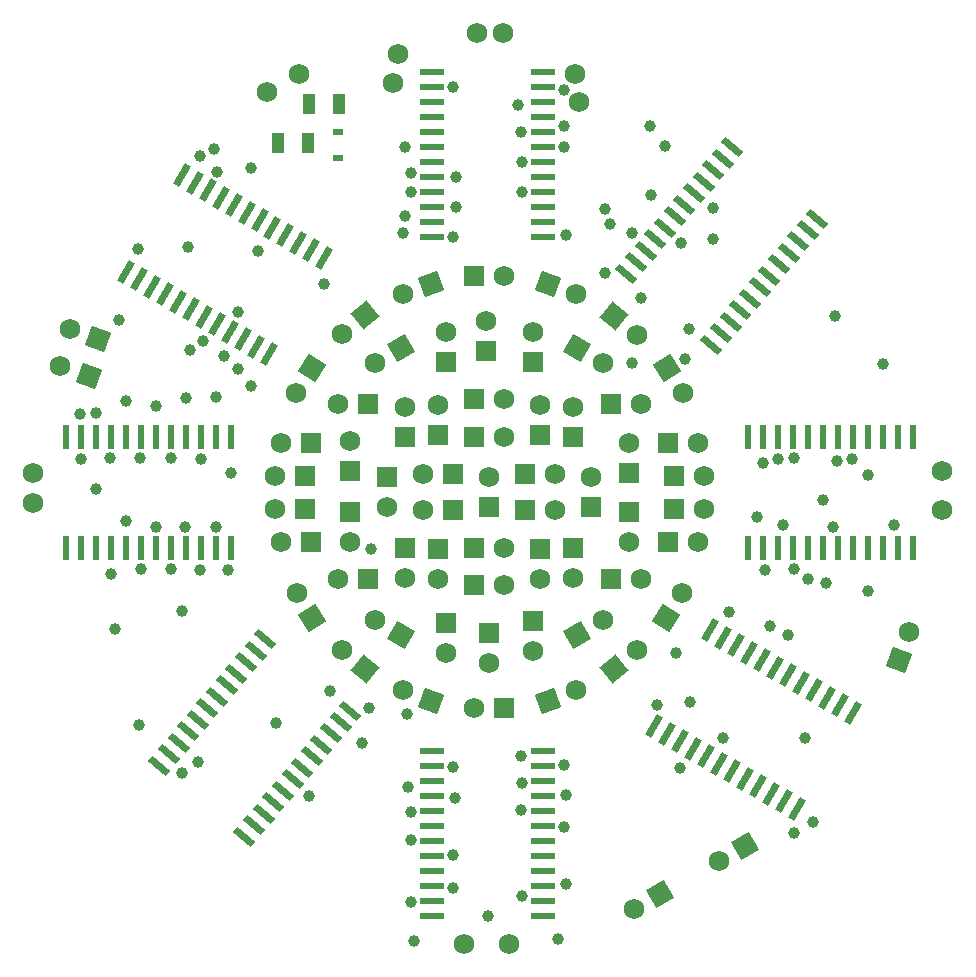
<source format=gbr>
G04*
G04 #@! TF.GenerationSoftware,Altium Limited,Altium Designer,23.1.1 (15)*
G04*
G04 Layer_Color=8388736*
%FSLAX44Y44*%
%MOMM*%
G71*
G04*
G04 #@! TF.SameCoordinates,EA72E859-7E5F-47E5-BE6D-6BCC4CF4D1DD*
G04*
G04*
G04 #@! TF.FilePolarity,Negative*
G04*
G01*
G75*
%ADD29R,1.0557X1.6582*%
%ADD30R,0.8300X0.6300*%
%ADD31R,0.6000X2.0000*%
G04:AMPARAMS|DCode=32|XSize=2mm|YSize=0.6mm|CornerRadius=0mm|HoleSize=0mm|Usage=FLASHONLY|Rotation=60.000|XOffset=0mm|YOffset=0mm|HoleType=Round|Shape=Rectangle|*
%AMROTATEDRECTD32*
4,1,4,-0.2402,-1.0160,-0.7598,-0.7160,0.2402,1.0160,0.7598,0.7160,-0.2402,-1.0160,0.0*
%
%ADD32ROTATEDRECTD32*%

%ADD33R,2.0000X0.6000*%
G04:AMPARAMS|DCode=34|XSize=2mm|YSize=0.6mm|CornerRadius=0mm|HoleSize=0mm|Usage=FLASHONLY|Rotation=320.000|XOffset=0mm|YOffset=0mm|HoleType=Round|Shape=Rectangle|*
%AMROTATEDRECTD34*
4,1,4,-0.9589,0.4130,-0.5732,0.8726,0.9589,-0.4130,0.5732,-0.8726,-0.9589,0.4130,0.0*
%
%ADD34ROTATEDRECTD34*%

%ADD35C,1.7532*%
%ADD36P,2.4794X4X245.0*%
%ADD37C,1.7272*%
%ADD38R,1.7532X1.7532*%
%ADD39P,2.4794X4X115.0*%
%ADD40P,2.4794X4X255.0*%
%ADD41R,1.7532X1.7532*%
%ADD42P,2.4794X4X103.0*%
%ADD43P,2.4794X4X84.0*%
%ADD44P,2.4794X4X195.0*%
%ADD45P,2.4794X4X205.0*%
%ADD46P,2.4794X4X186.0*%
%ADD47P,2.4794X4X167.0*%
%ADD48C,1.0032*%
D29*
X-153670Y295910D02*
D03*
X-179195D02*
D03*
X-152525Y328930D02*
D03*
X-127000D02*
D03*
D30*
X-128270Y304800D02*
D03*
Y282500D02*
D03*
D31*
X-218900Y47000D02*
D03*
X-231600D02*
D03*
X-244300D02*
D03*
X-257000D02*
D03*
X-269700D02*
D03*
X-282400D02*
D03*
X-295100D02*
D03*
X-320500D02*
D03*
X-333200D02*
D03*
X-345900D02*
D03*
X-358600D02*
D03*
Y-47000D02*
D03*
X-345900D02*
D03*
X-333200D02*
D03*
X-320500D02*
D03*
X-295100D02*
D03*
X-282400D02*
D03*
X-269700D02*
D03*
X-257000D02*
D03*
X-244300D02*
D03*
X-231600D02*
D03*
X-307800D02*
D03*
Y47000D02*
D03*
X-218900Y-47000D02*
D03*
X358600D02*
D03*
X333200Y47000D02*
D03*
X218900D02*
D03*
X320500D02*
D03*
X269700D02*
D03*
X257000D02*
D03*
X307800D02*
D03*
X282400Y-47000D02*
D03*
X257000D02*
D03*
X244300Y47000D02*
D03*
X295100D02*
D03*
X269700Y-47000D02*
D03*
X244300D02*
D03*
X231600D02*
D03*
Y47000D02*
D03*
X282400D02*
D03*
X320500Y-47000D02*
D03*
X307800D02*
D03*
X295100D02*
D03*
X218900D02*
D03*
X333200D02*
D03*
X345900D02*
D03*
X358600Y47000D02*
D03*
X345900D02*
D03*
D32*
X260672Y-268098D02*
D03*
X285675Y-173992D02*
D03*
X186688Y-116841D02*
D03*
X-186688Y116842D02*
D03*
X274677Y-167642D02*
D03*
X230682Y-142241D02*
D03*
X219684Y-135892D02*
D03*
X263678Y-161292D02*
D03*
X194681Y-229998D02*
D03*
X172684Y-217298D02*
D03*
X208685Y-129542D02*
D03*
X252679Y-154942D02*
D03*
X183682Y-223648D02*
D03*
X161685Y-210948D02*
D03*
X150687Y-204599D02*
D03*
X197687Y-123191D02*
D03*
X241681Y-148592D02*
D03*
X227677Y-249048D02*
D03*
X216678Y-242698D02*
D03*
X205679Y-236348D02*
D03*
X139688Y-198248D02*
D03*
X238675Y-255398D02*
D03*
X249673Y-261749D02*
D03*
X307672Y-186691D02*
D03*
X296674Y-180341D02*
D03*
X-216678Y242698D02*
D03*
X-197687Y123191D02*
D03*
X-263678Y161292D02*
D03*
X-139688Y198248D02*
D03*
X-150687Y204599D02*
D03*
X-161685Y210948D02*
D03*
X-172683Y217298D02*
D03*
X-183682Y223648D02*
D03*
X-194681Y229998D02*
D03*
X-205679Y236348D02*
D03*
X-227677Y249049D02*
D03*
X-238675Y255398D02*
D03*
X-249673Y261749D02*
D03*
X-260672Y268099D02*
D03*
X-307672Y186692D02*
D03*
X-296674Y180341D02*
D03*
X-285675Y173992D02*
D03*
X-274676Y167642D02*
D03*
X-252679Y154942D02*
D03*
X-241681Y148592D02*
D03*
X-230682Y142241D02*
D03*
X-219684Y135892D02*
D03*
X-208685Y129542D02*
D03*
D33*
X45730Y-218900D02*
D03*
X-48270D02*
D03*
Y-231600D02*
D03*
Y-244300D02*
D03*
Y-257000D02*
D03*
Y-269700D02*
D03*
Y-282400D02*
D03*
Y-295100D02*
D03*
Y-307800D02*
D03*
Y-320500D02*
D03*
Y-333200D02*
D03*
Y-345900D02*
D03*
Y-358600D02*
D03*
X45730D02*
D03*
Y-345900D02*
D03*
Y-333200D02*
D03*
Y-320500D02*
D03*
Y-307800D02*
D03*
Y-295100D02*
D03*
Y-282400D02*
D03*
Y-269700D02*
D03*
Y-257000D02*
D03*
Y-244300D02*
D03*
Y-231600D02*
D03*
X-48270Y254000D02*
D03*
Y304800D02*
D03*
X45730Y266700D02*
D03*
Y292100D02*
D03*
Y228600D02*
D03*
Y241300D02*
D03*
Y254000D02*
D03*
Y304800D02*
D03*
Y317500D02*
D03*
X-48270D02*
D03*
Y292100D02*
D03*
Y279400D02*
D03*
Y266700D02*
D03*
Y241300D02*
D03*
Y228600D02*
D03*
X45730Y279400D02*
D03*
Y215900D02*
D03*
Y330200D02*
D03*
Y342900D02*
D03*
Y355600D02*
D03*
X-48270D02*
D03*
Y342900D02*
D03*
Y330200D02*
D03*
Y215900D02*
D03*
D34*
X-117747Y-184983D02*
D03*
X-189755Y-124561D02*
D03*
X-197919Y-134289D02*
D03*
X-206082Y-144018D02*
D03*
X-214245Y-153747D02*
D03*
X-222409Y-163476D02*
D03*
X-230572Y-173205D02*
D03*
X-238736Y-182934D02*
D03*
X-246899Y-192662D02*
D03*
X-255063Y-202391D02*
D03*
X-263226Y-212120D02*
D03*
X-271389Y-221848D02*
D03*
X-279553Y-231577D02*
D03*
X-207544Y-291999D02*
D03*
X-199381Y-282271D02*
D03*
X-191218Y-272542D02*
D03*
X-183054Y-262813D02*
D03*
X-174891Y-253084D02*
D03*
X-166728Y-243355D02*
D03*
X-158564Y-233627D02*
D03*
X-150400Y-223898D02*
D03*
X-142238Y-214169D02*
D03*
X-134074Y-204440D02*
D03*
X-125910Y-194712D02*
D03*
X115947Y184983D02*
D03*
X189418Y272542D02*
D03*
X197581Y282271D02*
D03*
X205745Y291999D02*
D03*
X277753Y231577D02*
D03*
X269590Y221849D02*
D03*
X261426Y212120D02*
D03*
X187955Y124561D02*
D03*
X228772Y173205D02*
D03*
X220609Y163476D02*
D03*
X140438Y214169D02*
D03*
X124110Y194712D02*
D03*
X132274Y204440D02*
D03*
X148601Y223898D02*
D03*
X156764Y233627D02*
D03*
X164928Y243355D02*
D03*
X253262Y202391D02*
D03*
X245099Y192662D02*
D03*
X212446Y153747D02*
D03*
X204282Y144018D02*
D03*
X196119Y134290D02*
D03*
X236936Y182933D02*
D03*
X173091Y253084D02*
D03*
X181254Y262813D02*
D03*
D35*
X-73398Y167843D02*
D03*
X-118110Y-41910D02*
D03*
X355397Y-118372D02*
D03*
X43180Y-73660D02*
D03*
X194310Y-312420D02*
D03*
X122783Y-353060D02*
D03*
X55880Y-15240D02*
D03*
X86360Y12700D02*
D03*
X71120Y-72390D02*
D03*
X118110Y-41910D02*
D03*
X128270Y-73660D02*
D03*
X96517Y-107950D02*
D03*
X36830Y-134620D02*
D03*
X181610Y-13970D02*
D03*
X176530Y-41910D02*
D03*
X163320Y-85140D02*
D03*
X125149Y-133875D02*
D03*
X73398Y-167843D02*
D03*
X-86360Y-12700D02*
D03*
X12700Y-46990D02*
D03*
X-55880Y-15240D02*
D03*
X12700Y-78740D02*
D03*
X-43180Y-73660D02*
D03*
X-71120Y-72390D02*
D03*
X0Y-144780D02*
D03*
X-36830Y-135890D02*
D03*
X-96520Y-107950D02*
D03*
X-128270Y-73660D02*
D03*
X-12700Y-182880D02*
D03*
X-73398Y-167843D02*
D03*
X-125149Y-133875D02*
D03*
X-163320Y-85140D02*
D03*
X-176530Y-41910D02*
D03*
X-181610Y-13970D02*
D03*
X-355338Y138227D02*
D03*
X-363220Y106680D02*
D03*
X96520Y109220D02*
D03*
X163830Y83820D02*
D03*
X125149Y132975D02*
D03*
X73398Y167843D02*
D03*
X181610Y13970D02*
D03*
X176530Y41910D02*
D03*
X118110D02*
D03*
X128270Y74930D02*
D03*
X71120Y72390D02*
D03*
X36830Y135890D02*
D03*
X43180Y73660D02*
D03*
X55880Y15240D02*
D03*
X-2540Y144780D02*
D03*
X12700Y78740D02*
D03*
Y46990D02*
D03*
X0Y12700D02*
D03*
X-55880Y15240D02*
D03*
X-71120Y72390D02*
D03*
X12700Y182880D02*
D03*
X-43180Y73660D02*
D03*
X-118110Y43180D02*
D03*
X-128270Y74930D02*
D03*
X-96517Y109220D02*
D03*
X-36830Y135890D02*
D03*
X-181610Y13970D02*
D03*
X-176530Y41910D02*
D03*
X-163830Y83820D02*
D03*
X-125149Y133875D02*
D03*
D36*
X-49530Y176530D02*
D03*
X49530Y-176530D02*
D03*
D37*
X383540Y17780D02*
D03*
Y-15240D02*
D03*
X-21590Y-382270D02*
D03*
X16510D02*
D03*
X-386080Y16510D02*
D03*
X-81280Y346710D02*
D03*
X-77470Y370840D02*
D03*
X72390Y354330D02*
D03*
X76200Y330200D02*
D03*
X-386080Y-8890D02*
D03*
X11430Y388620D02*
D03*
X-10160D02*
D03*
X-187960Y339090D02*
D03*
X-161290Y354330D02*
D03*
D38*
X-118110Y-16510D02*
D03*
X43180Y-48260D02*
D03*
X86360Y-12700D02*
D03*
X71120Y-46990D02*
D03*
X118110Y-16510D02*
D03*
X36830Y-109220D02*
D03*
X-86360Y12700D02*
D03*
X-43180Y-48260D02*
D03*
X-71120Y-46990D02*
D03*
X0Y-119380D02*
D03*
X-36830Y-110490D02*
D03*
X-43180Y48260D02*
D03*
X118110Y16510D02*
D03*
X71120Y46990D02*
D03*
X36830Y110490D02*
D03*
X43180Y48260D02*
D03*
X-2540Y119380D02*
D03*
X0Y-12700D02*
D03*
X-71120Y46990D02*
D03*
X-118110Y17780D02*
D03*
X-36830Y110490D02*
D03*
D39*
X346710Y-142240D02*
D03*
D40*
X216307Y-299720D02*
D03*
X144780Y-340360D02*
D03*
X74520Y-120650D02*
D03*
X-74520Y121920D02*
D03*
D41*
X30480Y-15240D02*
D03*
X102870Y-73660D02*
D03*
X156210Y-13970D02*
D03*
X151130Y-41910D02*
D03*
X-12700Y-46990D02*
D03*
X-30480Y-15240D02*
D03*
X-12700Y-78740D02*
D03*
X-102870Y-73660D02*
D03*
X12700Y-182880D02*
D03*
X-151130Y-41910D02*
D03*
X-156210Y-13970D02*
D03*
X156210Y13970D02*
D03*
X151130Y41910D02*
D03*
X102870Y74930D02*
D03*
X30480Y15240D02*
D03*
X-12700Y78740D02*
D03*
Y46990D02*
D03*
X-30480Y15240D02*
D03*
X-12700Y182880D02*
D03*
X-102870Y74930D02*
D03*
X-156210Y13970D02*
D03*
X-151130Y41910D02*
D03*
D42*
X149860Y-106680D02*
D03*
X-150370Y105360D02*
D03*
D43*
X105410Y-149860D02*
D03*
X-105410Y149860D02*
D03*
D44*
X-74523Y-120650D02*
D03*
X74523Y121920D02*
D03*
D45*
X-49530Y-176530D02*
D03*
X-331470Y129540D02*
D03*
X-339352Y97993D02*
D03*
X49530Y176530D02*
D03*
D46*
X-105410Y-149860D02*
D03*
X105410Y148960D02*
D03*
D47*
X-149860Y-106680D02*
D03*
X150370Y105360D02*
D03*
D48*
X-71120Y233680D02*
D03*
X-231140Y-29210D02*
D03*
X-30480Y215900D02*
D03*
X-321310Y29210D02*
D03*
X-295910D02*
D03*
X-269240D02*
D03*
X-243840Y27940D02*
D03*
X-221055Y-65965D02*
D03*
X-245110Y-66040D02*
D03*
X-257810Y-29210D02*
D03*
X-269240Y-64770D02*
D03*
X-281940Y-29210D02*
D03*
X-294640Y-64770D02*
D03*
X-307797Y-24384D02*
D03*
X-346710Y66040D02*
D03*
X-345440Y27940D02*
D03*
X-260350Y-237490D02*
D03*
X26670Y304800D02*
D03*
X27940Y279400D02*
D03*
Y254000D02*
D03*
X-66040D02*
D03*
X63500Y340360D02*
D03*
X-30480Y-307340D02*
D03*
Y-335280D02*
D03*
X-100330Y-48260D02*
D03*
X248920Y-27940D02*
D03*
X274320Y-279400D02*
D03*
X257810Y-288290D02*
D03*
X26670Y-223520D02*
D03*
X27940Y-246380D02*
D03*
X26670Y-269240D02*
D03*
X-29210Y-259080D02*
D03*
X-101600Y-182880D02*
D03*
X97790Y185420D02*
D03*
X63499Y309852D02*
D03*
X189260Y213868D02*
D03*
Y240105D02*
D03*
X97790Y240030D02*
D03*
X64676Y217264D02*
D03*
X128143Y164592D02*
D03*
X-195580Y204470D02*
D03*
X-139700Y176530D02*
D03*
X-224790Y115570D02*
D03*
X-242600Y128270D02*
D03*
X-313690Y146050D02*
D03*
X-297180Y205740D02*
D03*
X24130Y327660D02*
D03*
X294640Y26670D02*
D03*
X307340Y27940D02*
D03*
X282764Y-6985D02*
D03*
X257810Y29210D02*
D03*
Y-64770D02*
D03*
X233680Y-66040D02*
D03*
X290830Y-29210D02*
D03*
X198120Y-208280D02*
D03*
X142240Y-180340D02*
D03*
X64770Y-256540D02*
D03*
X63500Y-231140D02*
D03*
Y-283210D02*
D03*
X64770Y-331470D02*
D03*
X27940Y-341630D02*
D03*
X-66040Y-346710D02*
D03*
Y-294640D02*
D03*
Y-270510D02*
D03*
X-30480Y-232410D02*
D03*
X-66040Y270510D02*
D03*
X-30480Y342900D02*
D03*
X63500Y292100D02*
D03*
X-63500Y-379730D02*
D03*
X58420Y-378460D02*
D03*
X333200Y108760D02*
D03*
X292608Y149352D02*
D03*
X169164Y138272D02*
D03*
X-27940Y266700D02*
D03*
X161846Y210652D02*
D03*
X120396Y108966D02*
D03*
X-27940Y241300D02*
D03*
X-246888Y-228458D02*
D03*
X-230378Y271272D02*
D03*
X-233426Y290068D02*
D03*
X-282448Y72438D02*
D03*
X-255016Y207518D02*
D03*
X-201930Y274066D02*
D03*
X-181102Y-195580D02*
D03*
X-107696Y-212598D02*
D03*
X-134874Y-168148D02*
D03*
X-260350Y-100838D02*
D03*
X-153035Y-257048D02*
D03*
X-69596Y-187960D02*
D03*
X202767Y-101929D02*
D03*
X252679Y-121053D02*
D03*
X161362Y-233752D02*
D03*
X320500Y-83475D02*
D03*
X284988Y-76914D02*
D03*
X226245Y-20849D02*
D03*
X-212852Y152400D02*
D03*
X237490Y-113284D02*
D03*
X342138Y-27940D02*
D03*
X157988Y-136144D02*
D03*
X-253492Y120396D02*
D03*
X120650Y219710D02*
D03*
X165354Y112776D02*
D03*
X101854Y227076D02*
D03*
X-245364Y284226D02*
D03*
X266954Y-208534D02*
D03*
X-307800Y76962D02*
D03*
X244300Y27940D02*
D03*
X-333200Y67310D02*
D03*
X170180Y-178054D02*
D03*
X231600Y24384D02*
D03*
X-68580Y-249380D02*
D03*
X-202184Y89662D02*
D03*
X-72898Y218948D02*
D03*
X-320500Y-69596D02*
D03*
X-257000Y80010D02*
D03*
X-212598Y104140D02*
D03*
X-333200Y2286D02*
D03*
X-317246Y-116332D02*
D03*
X148336Y292608D02*
D03*
X135890Y310134D02*
D03*
X-296672Y-197642D02*
D03*
X136906Y251714D02*
D03*
X-71374Y292100D02*
D03*
X-231600Y80518D02*
D03*
X320500Y14176D02*
D03*
X-1270Y-358600D02*
D03*
X-218900Y16510D02*
D03*
X269700Y-73406D02*
D03*
M02*

</source>
